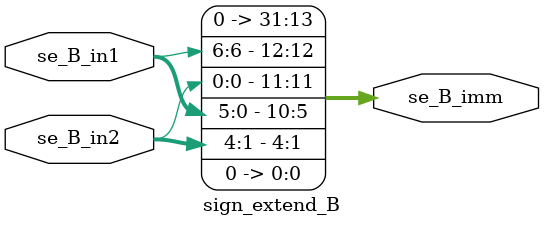
<source format=sv>

module sign_extend_csr(
	input [4:0]se_csr_in,
  output [31:0]se_csr_imm
	);
	assign se_csr_imm = {27'b0,se_csr_in};

endmodule




// Sign extend of I Type 
module sign_extend_I(
  	input [11:0]se_I_in,
	output [31:0]se_I_imm
	);
  assign se_I_imm = {20'b0,se_I_in};
endmodule


// Sign extend of S Type
module sign_extend_S(
	input [6:0]se_S_in1,
	input [4:0]se_S_in2,
	output [31:0]se_S_imm
	);
  	assign se_S_imm = {20'b0,se_S_in1,se_S_in2};
endmodule




// Sign extend of U Type
module sign_extend_U(
	input [19:0]se_U_in,
	output [31:0]se_U_imm
	);
  assign se_U_imm = {se_U_in,12'b0};
endmodule




// Sign extend of J 
module sign_extend_J(
	input [19:0]se_J_in,
	output [31:0]se_J_imm
	);
	assign se_J_imm = {11'b0,se_J_in[19],se_J_in[7:0],se_J_in[8],se_J_in[18:9],1'b0};
endmodule



// Sign extend of B 
module sign_extend_B(
	input [6:0]se_B_in1,
	input [4:0]se_B_in2,
	output [31:0]se_B_imm
	);
	assign se_B_imm = {19'b0,se_B_in1[6],se_B_in2[0],se_B_in1[5:0],se_B_in2[4:1],1'b0};
endmodule

</source>
